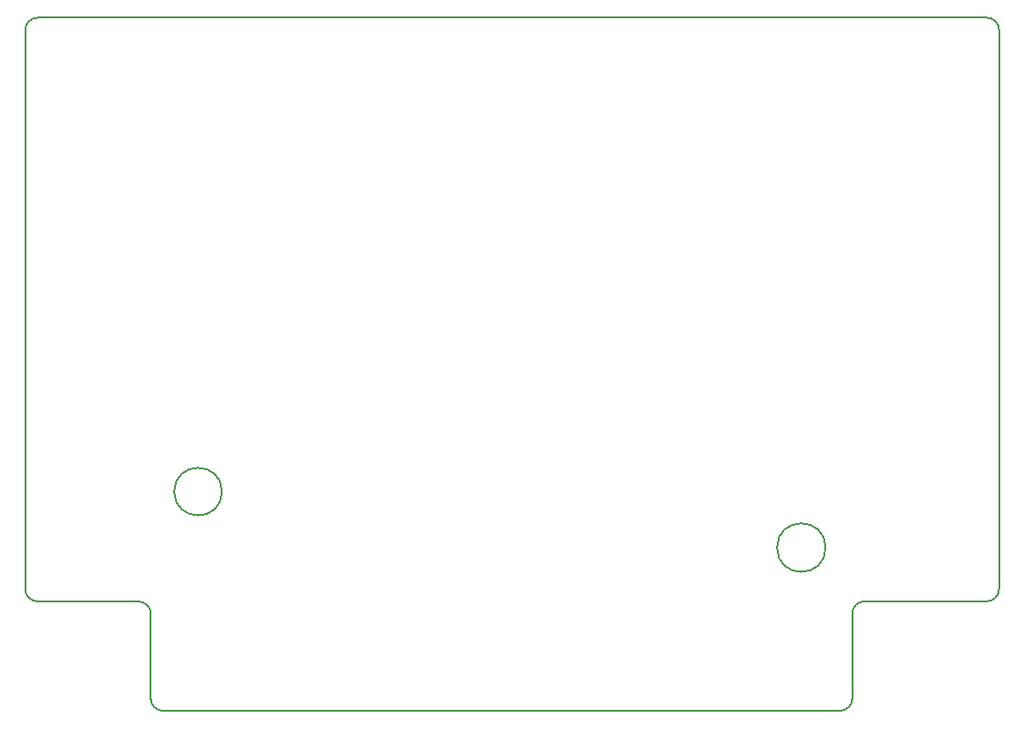
<source format=gbr>
G04 #@! TF.FileFunction,Profile,NP*
%FSLAX46Y46*%
G04 Gerber Fmt 4.6, Leading zero omitted, Abs format (unit mm)*
G04 Created by KiCad (PCBNEW 4.0.7) date 02/14/19 03:29:22*
%MOMM*%
%LPD*%
G01*
G04 APERTURE LIST*
%ADD10C,0.100000*%
%ADD11C,0.150000*%
G04 APERTURE END LIST*
D10*
D11*
X124942600Y-112915700D02*
X124942600Y-105041700D01*
X114427000Y-103886000D02*
X123799600Y-103898700D01*
X113284000Y-102743000D02*
G75*
G03X114427000Y-103886000I1143000J0D01*
G01*
X124942600Y-105041700D02*
G75*
G03X123799600Y-103898700I-1143000J0D01*
G01*
X191223900Y-103886000D02*
X202565000Y-103886000D01*
X203708000Y-102743000D02*
G75*
G02X202565000Y-103886000I-1143000J0D01*
G01*
X190080900Y-112915700D02*
X190080900Y-105029000D01*
X190080900Y-105029000D02*
G75*
G02X191223900Y-103886000I1143000J0D01*
G01*
X131549518Y-93687900D02*
G75*
G03X131549518Y-93687900I-2212718J0D01*
G01*
X187601866Y-98894900D02*
G75*
G03X187601866Y-98894900I-2258066J0D01*
G01*
X203708000Y-50800000D02*
G75*
G03X202565000Y-49657000I-1143000J0D01*
G01*
X114427000Y-49657000D02*
G75*
G03X113284000Y-50800000I0J-1143000D01*
G01*
X190080900Y-112915700D02*
G75*
G02X188937900Y-114058700I-1143000J0D01*
G01*
X124942600Y-112915700D02*
G75*
G03X126085600Y-114058700I1143000J0D01*
G01*
X203708000Y-102743000D02*
X203708000Y-50800000D01*
X126085600Y-114058700D02*
X188937900Y-114058700D01*
X113284000Y-50800000D02*
X113284000Y-102743000D01*
X202565000Y-49657000D02*
X114427000Y-49657000D01*
M02*

</source>
